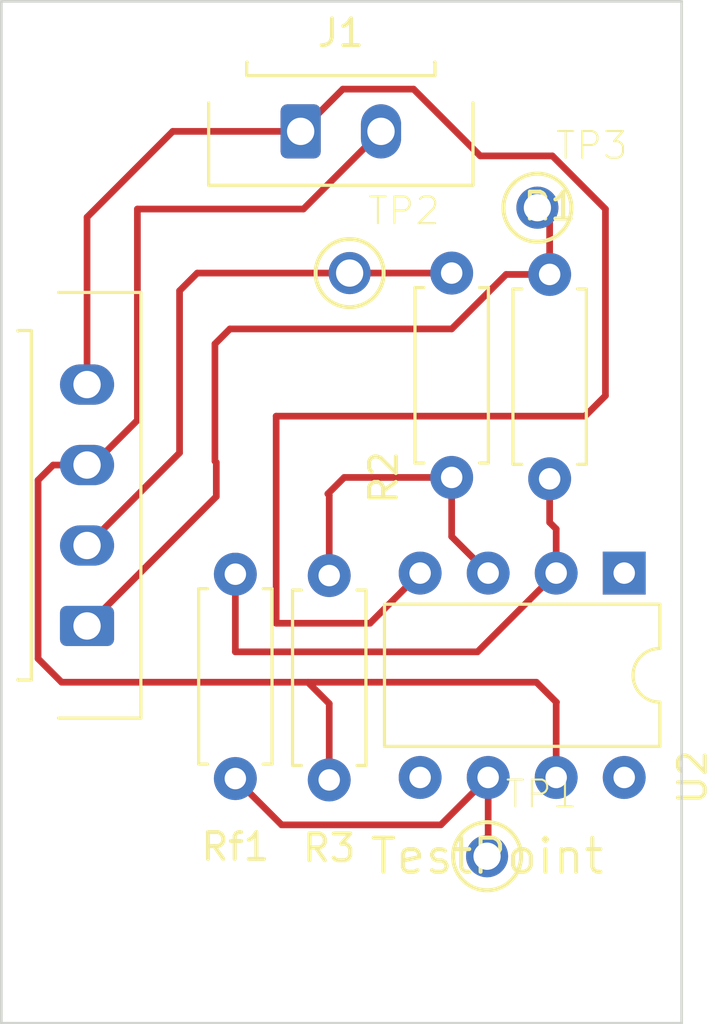
<source format=kicad_pcb>
(kicad_pcb (version 20211014) (generator pcbnew)
  (title_block (title "Current Sensor") (date "2022-10-27") (rev "v01") (comment 1 "Ignatius Djaynurdin") (comment 2 "Joseph Sugijanto") (comment 3 "William Nguyen") (comment 4 "Will Lauer") (comment 5 "GT Solar Racing"))
  (layers (0 "F.Cu" signal) (31 "B.Cu" signal) (34 "B.Paste" user) (35 "F.Paste" user) (36 "B.SilkS" user "B.Silkscreen") (37 "F.SilkS" user "F.Silkscreen") (38 "B.Mask" user) (39 "F.Mask" user) (44 "Edge.Cuts" user))
  (net 0 "")
  (net 1 "/Low")
  (net 2 "Net-(R1-Pad2)")
  (net 3 "/Hi")
  (net 4 "Net-(R2-Pad2)")
  (net 5 "GND")
  (net 6 "Net-(Rf1-Pad2)")
  (net 10 "/5V")
  (footprint "Resistor_THT:R_Axial_DIN0207_L6.3mm_D2.5mm_P7.62mm_Horizontal" (layer "F.Cu") (at 177.8 110.5408 -90)
    (fp_text reference "R3" (at 10.16 0) (layer "F.SilkS"))
    (fp_text value "1k")
    (fp_line (start 0.54 1.04) (end 0.54 1.37) (layer "F.SilkS") (width 0.12))
    (fp_line (start 0.54 1.37) (end 7.08 1.37) (layer "F.SilkS") (width 0.12))
    (fp_line (start 7.08 1.37) (end 7.08 1.04) (layer "F.SilkS") (width 0.12))
    (fp_line (start 0.54 -1.04) (end 0.54 -1.37) (layer "F.SilkS") (width 0.12))
    (fp_line (start 7.08 -1.37) (end 7.08 -1.04) (layer "F.SilkS") (width 0.12))
    (fp_line (start 0.54 -1.37) (end 7.08 -1.37) (layer "F.SilkS") (width 0.12))
    (pad "1" thru_hole circle (at 0 0 270) (size 1.6 1.6) (drill 0.8) (layers *.Cu *.Mask) (net 4 "Net-(R2-Pad2)"))
    (pad "2" thru_hole oval (at 7.62 0 270) (size 1.6 1.6) (drill 0.8) (layers *.Cu *.Mask) (net 5 "GND"))
  )
  (footprint "MountingHole:MountingHole_2.2mm_M2" (layer "F.Cu") (at 187.528881 123.929946)
    (fp_text reference "REF**" hide)
    (fp_text value "MountingHole_2.2mm_M2" hide)
    (pad "" np_thru_hole circle (at 0 0) (size 2.2 2.2) (drill 2.2) (layers F&B.Cu *.Mask))
  )
  (footprint "MountingHole:MountingHole_2.2mm_M2" (layer "F.Cu") (at 169.113881 92.433946)
    (fp_text reference "REF**" hide)
    (fp_text value "MountingHole_2.2mm_M2" hide)
    (pad "" np_thru_hole circle (at 0 0) (size 2.2 2.2) (drill 2.2) (layers F&B.Cu *.Mask))
  )
  (footprint "gtsr-connector:gtsr-connector-KEYSTONE_5001_0" (layer "F.Cu") (at 185.5724 96.8248)
    (fp_text reference "TP3" (at 2.02946 -2.31902) (layer "F.SilkS") (effects (font (size 0.99822 0.99822) (thickness 0.0762))))
    (fp_text value "TestPoint" hide)
    (fp_circle (center 0 0) (end 0 -1.27) (layer "F.SilkS") (width 0.14986) (fill none))
    (pad "1" thru_hole circle (at 0 0) (size 1.56972 1.56972) (drill 1.016) (layers *.Cu *.Paste *.Mask) (net 1 "/Low"))
  )
  (footprint "gtsr-connector:gtsr-connector-KEYSTONE_5001_0" (layer "F.Cu") (at 183.6928 121.0056)
    (fp_text reference "TP1" (at 2.02946 -2.31902) (layer "F.SilkS") (effects (font (size 0.99822 0.99822) (thickness 0.0762))))
    (fp_text value "TestPoint" (at 0 0) (layer "F.SilkS") (effects (font (size 1.27 1.27))))
    (fp_circle (center 0 0) (end 0 -1.27) (layer "F.SilkS") (width 0.14986) (fill none))
    (pad "1" thru_hole circle (at 0 0) (size 1.56972 1.56972) (drill 1.016) (layers *.Cu *.Paste *.Mask) (net 6 "Net-(Rf1-Pad2)"))
  )
  (footprint "MountingHole:MountingHole_2.2mm_M2" (layer "F.Cu") (at 169.113881 123.929946)
    (fp_text reference "REF**" hide)
    (fp_text value "MountingHole_2.2mm_M2" hide)
    (pad "" np_thru_hole circle (at 0 0) (size 2.2 2.2) (drill 2.2) (layers F&B.Cu *.Mask))
  )
  (footprint "Resistor_THT:R_Axial_DIN0207_L6.3mm_D2.5mm_P7.62mm_Horizontal" (layer "F.Cu") (at 174.2948 110.49 -90)
    (fp_text reference "Rf1" (at 10.16 0) (layer "F.SilkS"))
    (fp_text value "800")
    (fp_line (start 0.54 -1.37) (end 7.08 -1.37) (layer "F.SilkS") (width 0.12))
    (fp_line (start 7.08 -1.37) (end 7.08 -1.04) (layer "F.SilkS") (width 0.12))
    (fp_line (start 0.54 1.04) (end 0.54 1.37) (layer "F.SilkS") (width 0.12))
    (fp_line (start 7.08 1.37) (end 7.08 1.04) (layer "F.SilkS") (width 0.12))
    (fp_line (start 0.54 -1.04) (end 0.54 -1.37) (layer "F.SilkS") (width 0.12))
    (fp_line (start 0.54 1.37) (end 7.08 1.37) (layer "F.SilkS") (width 0.12))
    (pad "1" thru_hole circle (at 0 0 270) (size 1.6 1.6) (drill 0.8) (layers *.Cu *.Mask) (net 2 "Net-(R1-Pad2)"))
    (pad "2" thru_hole oval (at 7.62 0 270) (size 1.6 1.6) (drill 0.8) (layers *.Cu *.Mask) (net 6 "Net-(Rf1-Pad2)"))
  )
  (footprint "Package_DIP:DIP-8_W7.62mm" (layer "F.Cu") (at 188.8136 110.4492 -90)
    (fp_text reference "U2" (at 7.61 -2.55 90) (layer "F.SilkS"))
    (fp_text value "LM741" hide)
    (fp_line (start 1.16 -1.33) (end 1.16 8.95) (layer "F.SilkS") (width 0.12))
    (fp_line (start 2.81 -1.33) (end 1.16 -1.33) (layer "F.SilkS") (width 0.12))
    (fp_line (start 6.46 8.95) (end 6.46 -1.33) (layer "F.SilkS") (width 0.12))
    (fp_line (start 1.16 8.95) (end 6.46 8.95) (layer "F.SilkS") (width 0.12))
    (fp_line (start 6.46 -1.33) (end 4.81 -1.33) (layer "F.SilkS") (width 0.12))
    (fp_arc (start 4.81 -1.33) (mid 3.81 -0.33) (end 2.81 -1.33) (layer "F.SilkS") (width 0.12))
    (pad "1" thru_hole rect (at 0 0 270) (size 1.6 1.6) (drill 0.8) (layers *.Cu *.Mask))
    (pad "2" thru_hole oval (at 0 2.54 270) (size 1.6 1.6) (drill 0.8) (layers *.Cu *.Mask) (net 2 "Net-(R1-Pad2)"))
    (pad "3" thru_hole oval (at 0 5.08 270) (size 1.6 1.6) (drill 0.8) (layers *.Cu *.Mask) (net 4 "Net-(R2-Pad2)"))
    (pad "4" thru_hole oval (at 0 7.62 270) (size 1.6 1.6) (drill 0.8) (layers *.Cu *.Mask) (net 10 "/5V"))
    (pad "5" thru_hole oval (at 7.62 7.62 270) (size 1.6 1.6) (drill 0.8) (layers *.Cu *.Mask))
    (pad "6" thru_hole oval (at 7.62 5.08 270) (size 1.6 1.6) (drill 0.8) (layers *.Cu *.Mask) (net 6 "Net-(Rf1-Pad2)"))
    (pad "7" thru_hole oval (at 7.62 2.54 270) (size 1.6 1.6) (drill 0.8) (layers *.Cu *.Mask) (net 5 "GND"))
    (pad "8" thru_hole oval (at 7.62 0 270) (size 1.6 1.6) (drill 0.8) (layers *.Cu *.Mask))
  )
  (footprint "Connector_Molex:Molex_Micro-Fit_3.0_43650-0415_1x04_P3.00mm_Vertical" (layer "F.Cu") (at 168.7576 112.4204 90)
    (fp_text reference "Je1" hide)
    (fp_text value "Conn_01x04_Female" hide)
    (fp_line (start -2.015 -2.08) (end 11.015 -2.08) (layer "F.SilkS") (width 0.12))
    (fp_line (start -2.015 -2.58) (end -2.015 -2.08) (layer "F.SilkS") (width 0.12))
    (fp_line (start -3.435 -1.065) (end -3.435 2.01) (layer "F.SilkS") (width 0.12))
    (fp_line (start -3.435 2.01) (end 12.435 2.01) (layer "F.SilkS") (width 0.12))
    (fp_line (start 12.435 2.01) (end 12.435 -1.065) (layer "F.SilkS") (width 0.12))
    (fp_line (start 11.015 -2.08) (end 11.015 -2.58) (layer "F.SilkS") (width 0.12))
    (fp_line (start 11.015 -2.58) (end 10.995 -2.58) (layer "F.SilkS") (width 0.12))
    (fp_line (start -1.995 -2.58) (end -2.015 -2.58) (layer "F.SilkS") (width 0.12))
    (pad "" np_thru_hole circle (at -3 -1.96 90) (size 1.27 1.27) (drill 1.27) (layers *.Cu *.Mask))
    (pad "" np_thru_hole circle (at 12 -1.96 90) (size 1.27 1.27) (drill 1.27) (layers *.Cu *.Mask))
    (pad "1" thru_hole roundrect (at 0 0 90) (size 1.5 2.02) (drill 1.02) (layers *.Cu *.Mask) (roundrect_rratio 0.166667) (net 1 "/Low"))
    (pad "2" thru_hole oval (at 3 0 90) (size 1.5 2.02) (drill 1.02) (layers *.Cu *.Mask) (net 3 "/Hi"))
    (pad "3" thru_hole oval (at 6 0 90) (size 1.5 2.02) (drill 1.02) (layers *.Cu *.Mask) (net 5 "GND"))
    (pad "4" thru_hole oval (at 9 0 90) (size 1.5 2.02) (drill 1.02) (layers *.Cu *.Mask) (net 10 "/5V"))
  )
  (footprint "MountingHole:MountingHole_2.2mm_M2" (layer "F.Cu") (at 187.528881 92.433946)
    (fp_text reference "REF**" hide)
    (fp_text value "MountingHole_2.2mm_M2" hide)
    (pad "" np_thru_hole circle (at 0 0) (size 2.2 2.2) (drill 2.2) (layers *.Cu *.Mask))
  )
  (footprint "Resistor_THT:R_Axial_DIN0207_L6.3mm_D2.5mm_P7.62mm_Horizontal" (layer "F.Cu") (at 182.372 99.2632 -90)
    (fp_text reference "R2" (at 7.62 2.54 90) (layer "F.SilkS"))
    (fp_text value "1k")
    (fp_line (start 7.08 1.37) (end 7.08 1.04) (layer "F.SilkS") (width 0.12))
    (fp_line (start 0.54 1.37) (end 7.08 1.37) (layer "F.SilkS") (width 0.12))
    (fp_line (start 0.54 1.04) (end 0.54 1.37) (layer "F.SilkS") (width 0.12))
    (fp_line (start 7.08 -1.37) (end 7.08 -1.04) (layer "F.SilkS") (width 0.12))
    (fp_line (start 0.54 -1.04) (end 0.54 -1.37) (layer "F.SilkS") (width 0.12))
    (fp_line (start 0.54 -1.37) (end 7.08 -1.37) (layer "F.SilkS") (width 0.12))
    (pad "1" thru_hole circle (at 0 0 270) (size 1.6 1.6) (drill 0.8) (layers *.Cu *.Mask) (net 3 "/Hi"))
    (pad "2" thru_hole oval (at 7.62 0 270) (size 1.6 1.6) (drill 0.8) (layers *.Cu *.Mask) (net 4 "Net-(R2-Pad2)"))
  )
  (footprint "Connector_Molex:Molex_Micro-Fit_3.0_43650-0215_1x02_P3.00mm_Vertical" (layer "F.Cu") (at 176.7332 93.98)
    (fp_text reference "J1" (at 1.5 -3.67) (layer "F.SilkS"))
    (fp_text value "Conn_01x02_Female" hide)
    (fp_line (start -1.995 -2.58) (end -2.015 -2.58) (layer "F.SilkS") (width 0.12))
    (fp_line (start -2.015 -2.58) (end -2.015 -2.08) (layer "F.SilkS") (width 0.12))
    (fp_line (start -2.015 -2.08) (end 5.015 -2.08) (layer "F.SilkS") (width 0.12))
    (fp_line (start 5.015 -2.08) (end 5.015 -2.58) (layer "F.SilkS") (width 0.12))
    (fp_line (start -3.435 -1.065) (end -3.435 2.01) (layer "F.SilkS") (width 0.12))
    (fp_line (start 6.435 2.01) (end 6.435 -1.065) (layer "F.SilkS") (width 0.12))
    (fp_line (start 5.015 -2.58) (end 4.995 -2.58) (layer "F.SilkS") (width 0.12))
    (fp_line (start -3.435 2.01) (end 6.435 2.01) (layer "F.SilkS") (width 0.12))
    (pad "" np_thru_hole circle (at 6 -1.96) (size 1.27 1.27) (drill 1.27) (layers *.Cu *.Mask))
    (pad "" np_thru_hole circle (at -3 -1.96) (size 1.27 1.27) (drill 1.27) (layers *.Cu *.Mask))
    (pad "1" thru_hole roundrect (at 0 0) (size 1.5 2.02) (drill 1.02) (layers *.Cu *.Mask) (roundrect_rratio 0.166667) (net 10 "/5V"))
    (pad "2" thru_hole oval (at 3 0) (size 1.5 2.02) (drill 1.02) (layers *.Cu *.Mask) (net 5 "GND"))
  )
  (footprint "gtsr-connector:gtsr-connector-KEYSTONE_5001_0" (layer "F.Cu") (at 178.562 99.2632)
    (fp_text reference "TP2" (at 2.02946 -2.31902) (layer "F.SilkS") (effects (font (size 0.99822 0.99822) (thickness 0.0762))))
    (fp_text value "TestPoint" hide)
    (fp_circle (center 0 0) (end 0 -1.27) (layer "F.SilkS") (width 0.14986) (fill none))
    (pad "1" thru_hole circle (at 0 0) (size 1.56972 1.56972) (drill 1.016) (layers *.Cu *.Paste *.Mask) (net 3 "/Hi"))
  )
  (footprint "Resistor_THT:R_Axial_DIN0207_L6.3mm_D2.5mm_P7.62mm_Horizontal" (layer "F.Cu") (at 186.0296 99.314 -90)
    (fp_text reference "R1" (at -2.54 0) (layer "F.SilkS"))
    (fp_text value "1k")
    (fp_line (start 7.08 -1.37) (end 7.08 -1.04) (layer "F.SilkS") (width 0.12))
    (fp_line (start 7.08 1.37) (end 7.08 1.04) (layer "F.SilkS") (width 0.12))
    (fp_line (start 0.54 -1.37) (end 7.08 -1.37) (layer "F.SilkS") (width 0.12))
    (fp_line (start 0.54 1.04) (end 0.54 1.37) (layer "F.SilkS") (width 0.12))
    (fp_line (start 0.54 -1.04) (end 0.54 -1.37) (layer "F.SilkS") (width 0.12))
    (fp_line (start 0.54 1.37) (end 7.08 1.37) (layer "F.SilkS") (width 0.12))
    (pad "1" thru_hole circle (at 0 0 270) (size 1.6 1.6) (drill 0.8) (layers *.Cu *.Mask) (net 1 "/Low"))
    (pad "2" thru_hole oval (at 7.62 0 270) (size 1.6 1.6) (drill 0.8) (layers *.Cu *.Mask) (net 2 "Net-(R1-Pad2)"))
  )
  (gr_line (start 190.957881 127.231946) (end 190.957881 89.131946) (layer "Edge.Cuts") (width 0.1))
  (gr_line (start 190.957881 89.131946) (end 165.557881 89.131946) (layer "Edge.Cuts") (width 0.1))
  (gr_line (start 165.557881 127.231946) (end 190.957881 127.231946) (layer "Edge.Cuts") (width 0.1))
  (gr_line (start 165.557881 89.131946) (end 165.557881 127.231946) (layer "Edge.Cuts") (width 0.1))
  (segment (start 173.5836 106.3244) (end 173.5836 107.5944) (width 0.25) (layer "F.Cu") (net 1))
  (segment (start 186.0296 99.314) (end 184.404 99.314) (width 0.25) (layer "F.Cu") (net 1))
  (segment (start 186.0296 99.314) (end 186.0296 97.282) (width 0.25) (layer "F.Cu") (net 1))
  (segment (start 173.5328 106.2736) (end 173.5836 106.3244) (width 0.25) (layer "F.Cu") (net 1))
  (segment (start 174.0916 101.346) (end 173.5328 101.9048) (width 0.25) (layer "F.Cu") (net 1))
  (segment (start 182.372 101.346) (end 174.0916 101.346) (width 0.25) (layer "F.Cu") (net 1))
  (segment (start 186.0296 97.282) (end 185.5724 96.8248) (width 0.25) (layer "F.Cu") (net 1))
  (segment (start 184.404 99.314) (end 182.372 101.346) (width 0.25) (layer "F.Cu") (net 1))
  (segment (start 173.5328 101.9048) (end 173.5328 106.2736) (width 0.25) (layer "F.Cu") (net 1))
  (segment (start 173.5836 107.5944) (end 168.7576 112.4204) (width 0.25) (layer "F.Cu") (net 1))
  (segment (start 186.2736 108.8036) (end 186.2736 110.4492) (width 0.25) (layer "F.Cu") (net 2))
  (segment (start 174.2948 110.49) (end 174.2948 113.3856) (width 0.25) (layer "F.Cu") (net 2))
  (segment (start 174.2948 113.3856) (end 183.3372 113.3856) (width 0.25) (layer "F.Cu") (net 2))
  (segment (start 186.0296 106.934) (end 186.0296 108.5596) (width 0.25) (layer "F.Cu") (net 2))
  (segment (start 183.3372 113.3856) (end 186.2736 110.4492) (width 0.25) (layer "F.Cu") (net 2))
  (segment (start 186.0296 108.5596) (end 186.2736 108.8036) (width 0.25) (layer "F.Cu") (net 2))
  (segment (start 168.7576 109.4204) (end 172.212 105.966) (width 0.25) (layer "F.Cu") (net 3))
  (segment (start 172.212 99.9236) (end 172.8724 99.2632) (width 0.25) (layer "F.Cu") (net 3))
  (segment (start 172.8724 99.2632) (end 178.562 99.2632) (width 0.25) (layer "F.Cu") (net 3))
  (segment (start 172.212 105.966) (end 172.212 99.9236) (width 0.25) (layer "F.Cu") (net 3))
  (segment (start 178.562 99.2632) (end 182.372 99.2632) (width 0.25) (layer "F.Cu") (net 3))
  (segment (start 182.372 109.0876) (end 183.7336 110.4492) (width 0.25) (layer "F.Cu") (net 4))
  (segment (start 182.372 106.8832) (end 182.372 109.0876) (width 0.25) (layer "F.Cu") (net 4))
  (segment (start 177.8 107.5436) (end 177.8 110.5408) (width 0.25) (layer "F.Cu") (net 4))
  (segment (start 178.3588 106.8832) (end 177.7492 107.4928) (width 0.25) (layer "F.Cu") (net 4))
  (segment (start 177.7492 107.4928) (end 177.8 107.5436) (width 0.25) (layer "F.Cu") (net 4))
  (segment (start 182.372 106.8832) (end 178.3588 106.8832) (width 0.25) (layer "F.Cu") (net 4))
  (segment (start 177.002401 114.518401) (end 185.536801 114.518401) (width 0.25) (layer "F.Cu") (net 5))
  (segment (start 186.2836 115.2652) (end 186.2736 115.2752) (width 0.25) (layer "F.Cu") (net 5))
  (segment (start 167.807601 114.518401) (end 177.002401 114.518401) (width 0.25) (layer "F.Cu") (net 5))
  (segment (start 170.6372 104.7496) (end 168.9664 106.4204) (width 0.25) (layer "F.Cu") (net 5))
  (segment (start 177.8 115.316) (end 177.8 118.1608) (width 0.25) (layer "F.Cu") (net 5))
  (segment (start 170.6372 96.8756) (end 176.8376 96.8756) (width 0.25) (layer "F.Cu") (net 5))
  (segment (start 167.4932 106.4204) (end 166.9288 106.9848) (width 0.25) (layer "F.Cu") (net 5))
  (segment (start 168.7576 106.4204) (end 167.4932 106.4204) (width 0.25) (layer "F.Cu") (net 5))
  (segment (start 177.002401 114.518401) (end 177.8 115.316) (width 0.25) (layer "F.Cu") (net 5))
  (segment (start 185.536801 114.518401) (end 186.2836 115.2652) (width 0.25) (layer "F.Cu") (net 5))
  (segment (start 186.2736 115.2752) (end 186.2736 118.0692) (width 0.25) (layer "F.Cu") (net 5))
  (segment (start 168.9664 106.4204) (end 168.7576 106.4204) (width 0.25) (layer "F.Cu") (net 5))
  (segment (start 170.6372 96.8756) (end 170.6372 104.7496) (width 0.25) (layer "F.Cu") (net 5))
  (segment (start 166.9288 106.9848) (end 166.9288 113.6396) (width 0.25) (layer "F.Cu") (net 5))
  (segment (start 176.8376 96.8756) (end 179.7332 93.98) (width 0.25) (layer "F.Cu") (net 5))
  (segment (start 166.9288 113.6396) (end 167.807601 114.518401) (width 0.25) (layer "F.Cu") (net 5))
  (segment (start 174.2948 118.11) (end 176.022 119.8372) (width 0.25) (layer "F.Cu") (net 6))
  (segment (start 183.7336 120.9648) (end 183.6928 121.0056) (width 0.25) (layer "F.Cu") (net 6))
  (segment (start 183.7336 118.0692) (end 183.7336 120.9648) (width 0.25) (layer "F.Cu") (net 6))
  (segment (start 176.022 119.8372) (end 181.9656 119.8372) (width 0.25) (layer "F.Cu") (net 6))
  (segment (start 181.9656 119.8372) (end 183.7336 118.0692) (width 0.25) (layer "F.Cu") (net 6))
  (segment (start 179.324 112.3188) (end 175.8188 112.3188) (width 0.25) (layer "F.Cu") (net 10))
  (segment (start 183.4388 94.8944) (end 180.9496 92.4052) (width 0.25) (layer "F.Cu") (net 10))
  (segment (start 188.1124 96.8756) (end 186.1312 94.8944) (width 0.25) (layer "F.Cu") (net 10))
  (segment (start 188.1124 103.8352) (end 188.1124 96.8756) (width 0.25) (layer "F.Cu") (net 10))
  (segment (start 186.1312 94.8944) (end 183.4388 94.8944) (width 0.25) (layer "F.Cu") (net 10))
  (segment (start 175.8188 104.5972) (end 187.3504 104.5972) (width 0.25) (layer "F.Cu") (net 10))
  (segment (start 168.7576 97.1804) (end 168.7576 103.4204) (width 0.25) (layer "F.Cu") (net 10))
  (segment (start 180.9496 92.4052) (end 178.308 92.4052) (width 0.25) (layer "F.Cu") (net 10))
  (segment (start 178.308 92.4052) (end 176.7332 93.98) (width 0.25) (layer "F.Cu") (net 10))
  (segment (start 171.958 93.98) (end 176.7332 93.98) (width 0.25) (layer "F.Cu") (net 10))
  (segment (start 168.7576 97.1804) (end 171.958 93.98) (width 0.25) (layer "F.Cu") (net 10))
  (segment (start 181.1936 110.4492) (end 179.324 112.3188) (width 0.25) (layer "F.Cu") (net 10))
  (segment (start 187.3504 104.5972) (end 188.1124 103.8352) (width 0.25) (layer "F.Cu") (net 10))
  (segment (start 175.8188 112.3188) (end 175.8188 104.5972) (width 0.25) (layer "F.Cu") (net 10))
)
</source>
